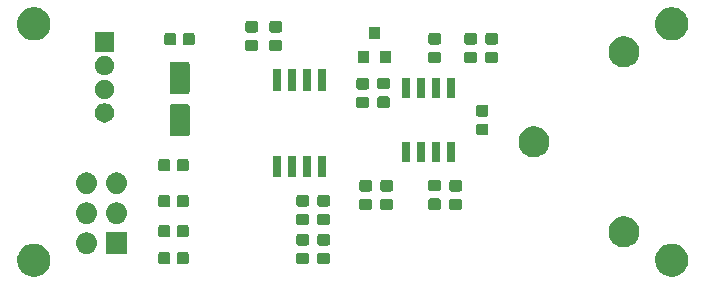
<source format=gbr>
G04 #@! TF.GenerationSoftware,KiCad,Pcbnew,(5.1.0)-1*
G04 #@! TF.CreationDate,2019-03-23T20:55:25-04:00*
G04 #@! TF.ProjectId,current_sense,63757272-656e-4745-9f73-656e73652e6b,rev?*
G04 #@! TF.SameCoordinates,Original*
G04 #@! TF.FileFunction,Soldermask,Top*
G04 #@! TF.FilePolarity,Negative*
%FSLAX46Y46*%
G04 Gerber Fmt 4.6, Leading zero omitted, Abs format (unit mm)*
G04 Created by KiCad (PCBNEW (5.1.0)-1) date 2019-03-23 20:55:25*
%MOMM*%
%LPD*%
G04 APERTURE LIST*
%ADD10C,0.100000*%
G04 APERTURE END LIST*
D10*
G36*
X157814433Y-65862894D02*
G01*
X157904657Y-65880840D01*
X157984446Y-65913890D01*
X158159621Y-65986450D01*
X158159622Y-65986451D01*
X158389086Y-66139773D01*
X158584228Y-66334915D01*
X158645212Y-66426185D01*
X158737551Y-66564380D01*
X158795976Y-66705431D01*
X158827233Y-66780890D01*
X158843161Y-66819345D01*
X158897000Y-67090013D01*
X158897000Y-67365989D01*
X158870650Y-67498461D01*
X158854846Y-67577915D01*
X158843161Y-67636657D01*
X158737551Y-67891622D01*
X158737550Y-67891623D01*
X158584228Y-68121087D01*
X158389086Y-68316229D01*
X158235763Y-68418676D01*
X158159621Y-68469552D01*
X158010267Y-68531416D01*
X157904657Y-68575162D01*
X157814433Y-68593108D01*
X157633988Y-68629001D01*
X157358012Y-68629001D01*
X157177567Y-68593108D01*
X157087343Y-68575162D01*
X156981733Y-68531416D01*
X156832379Y-68469552D01*
X156756237Y-68418676D01*
X156602914Y-68316229D01*
X156407772Y-68121087D01*
X156254450Y-67891623D01*
X156254449Y-67891622D01*
X156148839Y-67636657D01*
X156137155Y-67577915D01*
X156121350Y-67498461D01*
X156095000Y-67365989D01*
X156095000Y-67090013D01*
X156148839Y-66819345D01*
X156164768Y-66780890D01*
X156196024Y-66705431D01*
X156254449Y-66564380D01*
X156346788Y-66426185D01*
X156407772Y-66334915D01*
X156602914Y-66139773D01*
X156832378Y-65986451D01*
X156832379Y-65986450D01*
X157007554Y-65913890D01*
X157087343Y-65880840D01*
X157177567Y-65862894D01*
X157358012Y-65827001D01*
X157633988Y-65827001D01*
X157814433Y-65862894D01*
X157814433Y-65862894D01*
G37*
G36*
X103814432Y-65862894D02*
G01*
X103904656Y-65880840D01*
X103984445Y-65913890D01*
X104159620Y-65986450D01*
X104159621Y-65986451D01*
X104389085Y-66139773D01*
X104584227Y-66334915D01*
X104645211Y-66426185D01*
X104737550Y-66564380D01*
X104795975Y-66705431D01*
X104827232Y-66780890D01*
X104843160Y-66819345D01*
X104896999Y-67090013D01*
X104896999Y-67365989D01*
X104870649Y-67498461D01*
X104854845Y-67577915D01*
X104843160Y-67636657D01*
X104737550Y-67891622D01*
X104737549Y-67891623D01*
X104584227Y-68121087D01*
X104389085Y-68316229D01*
X104235762Y-68418676D01*
X104159620Y-68469552D01*
X104010266Y-68531416D01*
X103904656Y-68575162D01*
X103814432Y-68593108D01*
X103633987Y-68629001D01*
X103358011Y-68629001D01*
X103177566Y-68593108D01*
X103087342Y-68575162D01*
X102981732Y-68531416D01*
X102832378Y-68469552D01*
X102756236Y-68418676D01*
X102602913Y-68316229D01*
X102407771Y-68121087D01*
X102254449Y-67891623D01*
X102254448Y-67891622D01*
X102148838Y-67636657D01*
X102137154Y-67577915D01*
X102121349Y-67498461D01*
X102094999Y-67365989D01*
X102094999Y-67090013D01*
X102148838Y-66819345D01*
X102164767Y-66780890D01*
X102196023Y-66705431D01*
X102254448Y-66564380D01*
X102346787Y-66426185D01*
X102407771Y-66334915D01*
X102602913Y-66139773D01*
X102832377Y-65986451D01*
X102832378Y-65986450D01*
X103007553Y-65913890D01*
X103087342Y-65880840D01*
X103177566Y-65862894D01*
X103358011Y-65827001D01*
X103633987Y-65827001D01*
X103814432Y-65862894D01*
X103814432Y-65862894D01*
G37*
G36*
X114870591Y-66534085D02*
G01*
X114904569Y-66544393D01*
X114935890Y-66561134D01*
X114963339Y-66583661D01*
X114985866Y-66611110D01*
X115002607Y-66642431D01*
X115012915Y-66676409D01*
X115017000Y-66717890D01*
X115017000Y-67394110D01*
X115012915Y-67435591D01*
X115002607Y-67469569D01*
X114985866Y-67500890D01*
X114963339Y-67528339D01*
X114935890Y-67550866D01*
X114904569Y-67567607D01*
X114870591Y-67577915D01*
X114829110Y-67582000D01*
X114227890Y-67582000D01*
X114186409Y-67577915D01*
X114152431Y-67567607D01*
X114121110Y-67550866D01*
X114093661Y-67528339D01*
X114071134Y-67500890D01*
X114054393Y-67469569D01*
X114044085Y-67435591D01*
X114040000Y-67394110D01*
X114040000Y-66717890D01*
X114044085Y-66676409D01*
X114054393Y-66642431D01*
X114071134Y-66611110D01*
X114093661Y-66583661D01*
X114121110Y-66561134D01*
X114152431Y-66544393D01*
X114186409Y-66534085D01*
X114227890Y-66530000D01*
X114829110Y-66530000D01*
X114870591Y-66534085D01*
X114870591Y-66534085D01*
G37*
G36*
X116445591Y-66534085D02*
G01*
X116479569Y-66544393D01*
X116510890Y-66561134D01*
X116538339Y-66583661D01*
X116560866Y-66611110D01*
X116577607Y-66642431D01*
X116587915Y-66676409D01*
X116592000Y-66717890D01*
X116592000Y-67394110D01*
X116587915Y-67435591D01*
X116577607Y-67469569D01*
X116560866Y-67500890D01*
X116538339Y-67528339D01*
X116510890Y-67550866D01*
X116479569Y-67567607D01*
X116445591Y-67577915D01*
X116404110Y-67582000D01*
X115802890Y-67582000D01*
X115761409Y-67577915D01*
X115727431Y-67567607D01*
X115696110Y-67550866D01*
X115668661Y-67528339D01*
X115646134Y-67500890D01*
X115629393Y-67469569D01*
X115619085Y-67435591D01*
X115615000Y-67394110D01*
X115615000Y-66717890D01*
X115619085Y-66676409D01*
X115629393Y-66642431D01*
X115646134Y-66611110D01*
X115668661Y-66583661D01*
X115696110Y-66561134D01*
X115727431Y-66544393D01*
X115761409Y-66534085D01*
X115802890Y-66530000D01*
X116404110Y-66530000D01*
X116445591Y-66534085D01*
X116445591Y-66534085D01*
G37*
G36*
X128395591Y-66597085D02*
G01*
X128429569Y-66607393D01*
X128460890Y-66624134D01*
X128488339Y-66646661D01*
X128510866Y-66674110D01*
X128527607Y-66705431D01*
X128537915Y-66739409D01*
X128542000Y-66780890D01*
X128542000Y-67382110D01*
X128537915Y-67423591D01*
X128527607Y-67457569D01*
X128510866Y-67488890D01*
X128488339Y-67516339D01*
X128460890Y-67538866D01*
X128429569Y-67555607D01*
X128395591Y-67565915D01*
X128354110Y-67570000D01*
X127677890Y-67570000D01*
X127636409Y-67565915D01*
X127602431Y-67555607D01*
X127571110Y-67538866D01*
X127543661Y-67516339D01*
X127521134Y-67488890D01*
X127504393Y-67457569D01*
X127494085Y-67423591D01*
X127490000Y-67382110D01*
X127490000Y-66780890D01*
X127494085Y-66739409D01*
X127504393Y-66705431D01*
X127521134Y-66674110D01*
X127543661Y-66646661D01*
X127571110Y-66624134D01*
X127602431Y-66607393D01*
X127636409Y-66597085D01*
X127677890Y-66593000D01*
X128354110Y-66593000D01*
X128395591Y-66597085D01*
X128395591Y-66597085D01*
G37*
G36*
X126617591Y-66597085D02*
G01*
X126651569Y-66607393D01*
X126682890Y-66624134D01*
X126710339Y-66646661D01*
X126732866Y-66674110D01*
X126749607Y-66705431D01*
X126759915Y-66739409D01*
X126764000Y-66780890D01*
X126764000Y-67382110D01*
X126759915Y-67423591D01*
X126749607Y-67457569D01*
X126732866Y-67488890D01*
X126710339Y-67516339D01*
X126682890Y-67538866D01*
X126651569Y-67555607D01*
X126617591Y-67565915D01*
X126576110Y-67570000D01*
X125899890Y-67570000D01*
X125858409Y-67565915D01*
X125824431Y-67555607D01*
X125793110Y-67538866D01*
X125765661Y-67516339D01*
X125743134Y-67488890D01*
X125726393Y-67457569D01*
X125716085Y-67423591D01*
X125712000Y-67382110D01*
X125712000Y-66780890D01*
X125716085Y-66739409D01*
X125726393Y-66705431D01*
X125743134Y-66674110D01*
X125765661Y-66646661D01*
X125793110Y-66624134D01*
X125824431Y-66607393D01*
X125858409Y-66597085D01*
X125899890Y-66593000D01*
X126576110Y-66593000D01*
X126617591Y-66597085D01*
X126617591Y-66597085D01*
G37*
G36*
X111391000Y-66687000D02*
G01*
X109589000Y-66687000D01*
X109589000Y-64885000D01*
X111391000Y-64885000D01*
X111391000Y-66687000D01*
X111391000Y-66687000D01*
G37*
G36*
X108060442Y-64891518D02*
G01*
X108126627Y-64898037D01*
X108296466Y-64949557D01*
X108452991Y-65033222D01*
X108475567Y-65051750D01*
X108590186Y-65145814D01*
X108646874Y-65214890D01*
X108702778Y-65283009D01*
X108786443Y-65439534D01*
X108837963Y-65609373D01*
X108855359Y-65786000D01*
X108837963Y-65962627D01*
X108786443Y-66132466D01*
X108702778Y-66288991D01*
X108673448Y-66324729D01*
X108590186Y-66426186D01*
X108488729Y-66509448D01*
X108452991Y-66538778D01*
X108296466Y-66622443D01*
X108126627Y-66673963D01*
X108060442Y-66680482D01*
X107994260Y-66687000D01*
X107905740Y-66687000D01*
X107839558Y-66680482D01*
X107773373Y-66673963D01*
X107603534Y-66622443D01*
X107447009Y-66538778D01*
X107411271Y-66509448D01*
X107309814Y-66426186D01*
X107226552Y-66324729D01*
X107197222Y-66288991D01*
X107113557Y-66132466D01*
X107062037Y-65962627D01*
X107044641Y-65786000D01*
X107062037Y-65609373D01*
X107113557Y-65439534D01*
X107197222Y-65283009D01*
X107253126Y-65214890D01*
X107309814Y-65145814D01*
X107424433Y-65051750D01*
X107447009Y-65033222D01*
X107603534Y-64949557D01*
X107773373Y-64898037D01*
X107839558Y-64891518D01*
X107905740Y-64885000D01*
X107994260Y-64885000D01*
X108060442Y-64891518D01*
X108060442Y-64891518D01*
G37*
G36*
X153823487Y-63580996D02*
G01*
X154060253Y-63679068D01*
X154060255Y-63679069D01*
X154273339Y-63821447D01*
X154454553Y-64002661D01*
X154595992Y-64214339D01*
X154596932Y-64215747D01*
X154695004Y-64452513D01*
X154745000Y-64703861D01*
X154745000Y-64960139D01*
X154695004Y-65211487D01*
X154596932Y-65448253D01*
X154596931Y-65448255D01*
X154454553Y-65661339D01*
X154273339Y-65842553D01*
X154060255Y-65984931D01*
X154060254Y-65984932D01*
X154060253Y-65984932D01*
X153823487Y-66083004D01*
X153572139Y-66133000D01*
X153315861Y-66133000D01*
X153064513Y-66083004D01*
X152827747Y-65984932D01*
X152827746Y-65984932D01*
X152827745Y-65984931D01*
X152614661Y-65842553D01*
X152433447Y-65661339D01*
X152291069Y-65448255D01*
X152291068Y-65448253D01*
X152192996Y-65211487D01*
X152143000Y-64960139D01*
X152143000Y-64703861D01*
X152192996Y-64452513D01*
X152291068Y-64215747D01*
X152292009Y-64214339D01*
X152433447Y-64002661D01*
X152614661Y-63821447D01*
X152827745Y-63679069D01*
X152827747Y-63679068D01*
X153064513Y-63580996D01*
X153315861Y-63531000D01*
X153572139Y-63531000D01*
X153823487Y-63580996D01*
X153823487Y-63580996D01*
G37*
G36*
X128395591Y-65022085D02*
G01*
X128429569Y-65032393D01*
X128460890Y-65049134D01*
X128488339Y-65071661D01*
X128510866Y-65099110D01*
X128527607Y-65130431D01*
X128537915Y-65164409D01*
X128542000Y-65205890D01*
X128542000Y-65807110D01*
X128537915Y-65848591D01*
X128527607Y-65882569D01*
X128510866Y-65913890D01*
X128488339Y-65941339D01*
X128460890Y-65963866D01*
X128429569Y-65980607D01*
X128395591Y-65990915D01*
X128354110Y-65995000D01*
X127677890Y-65995000D01*
X127636409Y-65990915D01*
X127602431Y-65980607D01*
X127571110Y-65963866D01*
X127543661Y-65941339D01*
X127521134Y-65913890D01*
X127504393Y-65882569D01*
X127494085Y-65848591D01*
X127490000Y-65807110D01*
X127490000Y-65205890D01*
X127494085Y-65164409D01*
X127504393Y-65130431D01*
X127521134Y-65099110D01*
X127543661Y-65071661D01*
X127571110Y-65049134D01*
X127602431Y-65032393D01*
X127636409Y-65022085D01*
X127677890Y-65018000D01*
X128354110Y-65018000D01*
X128395591Y-65022085D01*
X128395591Y-65022085D01*
G37*
G36*
X126617591Y-65022085D02*
G01*
X126651569Y-65032393D01*
X126682890Y-65049134D01*
X126710339Y-65071661D01*
X126732866Y-65099110D01*
X126749607Y-65130431D01*
X126759915Y-65164409D01*
X126764000Y-65205890D01*
X126764000Y-65807110D01*
X126759915Y-65848591D01*
X126749607Y-65882569D01*
X126732866Y-65913890D01*
X126710339Y-65941339D01*
X126682890Y-65963866D01*
X126651569Y-65980607D01*
X126617591Y-65990915D01*
X126576110Y-65995000D01*
X125899890Y-65995000D01*
X125858409Y-65990915D01*
X125824431Y-65980607D01*
X125793110Y-65963866D01*
X125765661Y-65941339D01*
X125743134Y-65913890D01*
X125726393Y-65882569D01*
X125716085Y-65848591D01*
X125712000Y-65807110D01*
X125712000Y-65205890D01*
X125716085Y-65164409D01*
X125726393Y-65130431D01*
X125743134Y-65099110D01*
X125765661Y-65071661D01*
X125793110Y-65049134D01*
X125824431Y-65032393D01*
X125858409Y-65022085D01*
X125899890Y-65018000D01*
X126576110Y-65018000D01*
X126617591Y-65022085D01*
X126617591Y-65022085D01*
G37*
G36*
X114870591Y-64248085D02*
G01*
X114904569Y-64258393D01*
X114935890Y-64275134D01*
X114963339Y-64297661D01*
X114985866Y-64325110D01*
X115002607Y-64356431D01*
X115012915Y-64390409D01*
X115017000Y-64431890D01*
X115017000Y-65108110D01*
X115012915Y-65149591D01*
X115002607Y-65183569D01*
X114985866Y-65214890D01*
X114963339Y-65242339D01*
X114935890Y-65264866D01*
X114904569Y-65281607D01*
X114870591Y-65291915D01*
X114829110Y-65296000D01*
X114227890Y-65296000D01*
X114186409Y-65291915D01*
X114152431Y-65281607D01*
X114121110Y-65264866D01*
X114093661Y-65242339D01*
X114071134Y-65214890D01*
X114054393Y-65183569D01*
X114044085Y-65149591D01*
X114040000Y-65108110D01*
X114040000Y-64431890D01*
X114044085Y-64390409D01*
X114054393Y-64356431D01*
X114071134Y-64325110D01*
X114093661Y-64297661D01*
X114121110Y-64275134D01*
X114152431Y-64258393D01*
X114186409Y-64248085D01*
X114227890Y-64244000D01*
X114829110Y-64244000D01*
X114870591Y-64248085D01*
X114870591Y-64248085D01*
G37*
G36*
X116445591Y-64248085D02*
G01*
X116479569Y-64258393D01*
X116510890Y-64275134D01*
X116538339Y-64297661D01*
X116560866Y-64325110D01*
X116577607Y-64356431D01*
X116587915Y-64390409D01*
X116592000Y-64431890D01*
X116592000Y-65108110D01*
X116587915Y-65149591D01*
X116577607Y-65183569D01*
X116560866Y-65214890D01*
X116538339Y-65242339D01*
X116510890Y-65264866D01*
X116479569Y-65281607D01*
X116445591Y-65291915D01*
X116404110Y-65296000D01*
X115802890Y-65296000D01*
X115761409Y-65291915D01*
X115727431Y-65281607D01*
X115696110Y-65264866D01*
X115668661Y-65242339D01*
X115646134Y-65214890D01*
X115629393Y-65183569D01*
X115619085Y-65149591D01*
X115615000Y-65108110D01*
X115615000Y-64431890D01*
X115619085Y-64390409D01*
X115629393Y-64356431D01*
X115646134Y-64325110D01*
X115668661Y-64297661D01*
X115696110Y-64275134D01*
X115727431Y-64258393D01*
X115761409Y-64248085D01*
X115802890Y-64244000D01*
X116404110Y-64244000D01*
X116445591Y-64248085D01*
X116445591Y-64248085D01*
G37*
G36*
X128395591Y-63295085D02*
G01*
X128429569Y-63305393D01*
X128460890Y-63322134D01*
X128488339Y-63344661D01*
X128510866Y-63372110D01*
X128527607Y-63403431D01*
X128537915Y-63437409D01*
X128542000Y-63478890D01*
X128542000Y-64080110D01*
X128537915Y-64121591D01*
X128527607Y-64155569D01*
X128510866Y-64186890D01*
X128488339Y-64214339D01*
X128460890Y-64236866D01*
X128429569Y-64253607D01*
X128395591Y-64263915D01*
X128354110Y-64268000D01*
X127677890Y-64268000D01*
X127636409Y-64263915D01*
X127602431Y-64253607D01*
X127571110Y-64236866D01*
X127543661Y-64214339D01*
X127521134Y-64186890D01*
X127504393Y-64155569D01*
X127494085Y-64121591D01*
X127490000Y-64080110D01*
X127490000Y-63478890D01*
X127494085Y-63437409D01*
X127504393Y-63403431D01*
X127521134Y-63372110D01*
X127543661Y-63344661D01*
X127571110Y-63322134D01*
X127602431Y-63305393D01*
X127636409Y-63295085D01*
X127677890Y-63291000D01*
X128354110Y-63291000D01*
X128395591Y-63295085D01*
X128395591Y-63295085D01*
G37*
G36*
X126617591Y-63295085D02*
G01*
X126651569Y-63305393D01*
X126682890Y-63322134D01*
X126710339Y-63344661D01*
X126732866Y-63372110D01*
X126749607Y-63403431D01*
X126759915Y-63437409D01*
X126764000Y-63478890D01*
X126764000Y-64080110D01*
X126759915Y-64121591D01*
X126749607Y-64155569D01*
X126732866Y-64186890D01*
X126710339Y-64214339D01*
X126682890Y-64236866D01*
X126651569Y-64253607D01*
X126617591Y-64263915D01*
X126576110Y-64268000D01*
X125899890Y-64268000D01*
X125858409Y-64263915D01*
X125824431Y-64253607D01*
X125793110Y-64236866D01*
X125765661Y-64214339D01*
X125743134Y-64186890D01*
X125726393Y-64155569D01*
X125716085Y-64121591D01*
X125712000Y-64080110D01*
X125712000Y-63478890D01*
X125716085Y-63437409D01*
X125726393Y-63403431D01*
X125743134Y-63372110D01*
X125765661Y-63344661D01*
X125793110Y-63322134D01*
X125824431Y-63305393D01*
X125858409Y-63295085D01*
X125899890Y-63291000D01*
X126576110Y-63291000D01*
X126617591Y-63295085D01*
X126617591Y-63295085D01*
G37*
G36*
X110600443Y-62351519D02*
G01*
X110666627Y-62358037D01*
X110836466Y-62409557D01*
X110992991Y-62493222D01*
X111007476Y-62505110D01*
X111130186Y-62605814D01*
X111209401Y-62702339D01*
X111242778Y-62743009D01*
X111284611Y-62821272D01*
X111318979Y-62885569D01*
X111326443Y-62899534D01*
X111377963Y-63069373D01*
X111395359Y-63246000D01*
X111377963Y-63422627D01*
X111326443Y-63592466D01*
X111242778Y-63748991D01*
X111213448Y-63784729D01*
X111130186Y-63886186D01*
X111028729Y-63969448D01*
X110992991Y-63998778D01*
X110836466Y-64082443D01*
X110666627Y-64133963D01*
X110600443Y-64140481D01*
X110534260Y-64147000D01*
X110445740Y-64147000D01*
X110379557Y-64140481D01*
X110313373Y-64133963D01*
X110143534Y-64082443D01*
X109987009Y-63998778D01*
X109951271Y-63969448D01*
X109849814Y-63886186D01*
X109766552Y-63784729D01*
X109737222Y-63748991D01*
X109653557Y-63592466D01*
X109602037Y-63422627D01*
X109584641Y-63246000D01*
X109602037Y-63069373D01*
X109653557Y-62899534D01*
X109661022Y-62885569D01*
X109695390Y-62821271D01*
X109737222Y-62743009D01*
X109770599Y-62702339D01*
X109849814Y-62605814D01*
X109972524Y-62505110D01*
X109987009Y-62493222D01*
X110143534Y-62409557D01*
X110313373Y-62358037D01*
X110379557Y-62351519D01*
X110445740Y-62345000D01*
X110534260Y-62345000D01*
X110600443Y-62351519D01*
X110600443Y-62351519D01*
G37*
G36*
X108060443Y-62351519D02*
G01*
X108126627Y-62358037D01*
X108296466Y-62409557D01*
X108452991Y-62493222D01*
X108467476Y-62505110D01*
X108590186Y-62605814D01*
X108669401Y-62702339D01*
X108702778Y-62743009D01*
X108744611Y-62821272D01*
X108778979Y-62885569D01*
X108786443Y-62899534D01*
X108837963Y-63069373D01*
X108855359Y-63246000D01*
X108837963Y-63422627D01*
X108786443Y-63592466D01*
X108702778Y-63748991D01*
X108673448Y-63784729D01*
X108590186Y-63886186D01*
X108488729Y-63969448D01*
X108452991Y-63998778D01*
X108296466Y-64082443D01*
X108126627Y-64133963D01*
X108060443Y-64140481D01*
X107994260Y-64147000D01*
X107905740Y-64147000D01*
X107839557Y-64140481D01*
X107773373Y-64133963D01*
X107603534Y-64082443D01*
X107447009Y-63998778D01*
X107411271Y-63969448D01*
X107309814Y-63886186D01*
X107226552Y-63784729D01*
X107197222Y-63748991D01*
X107113557Y-63592466D01*
X107062037Y-63422627D01*
X107044641Y-63246000D01*
X107062037Y-63069373D01*
X107113557Y-62899534D01*
X107121022Y-62885569D01*
X107155390Y-62821271D01*
X107197222Y-62743009D01*
X107230599Y-62702339D01*
X107309814Y-62605814D01*
X107432524Y-62505110D01*
X107447009Y-62493222D01*
X107603534Y-62409557D01*
X107773373Y-62358037D01*
X107839557Y-62351519D01*
X107905740Y-62345000D01*
X107994260Y-62345000D01*
X108060443Y-62351519D01*
X108060443Y-62351519D01*
G37*
G36*
X139571591Y-62025085D02*
G01*
X139605569Y-62035393D01*
X139636890Y-62052134D01*
X139664339Y-62074661D01*
X139686866Y-62102110D01*
X139703607Y-62133431D01*
X139713915Y-62167409D01*
X139718000Y-62208890D01*
X139718000Y-62810110D01*
X139713915Y-62851591D01*
X139703607Y-62885569D01*
X139686866Y-62916890D01*
X139664339Y-62944339D01*
X139636890Y-62966866D01*
X139605569Y-62983607D01*
X139571591Y-62993915D01*
X139530110Y-62998000D01*
X138853890Y-62998000D01*
X138812409Y-62993915D01*
X138778431Y-62983607D01*
X138747110Y-62966866D01*
X138719661Y-62944339D01*
X138697134Y-62916890D01*
X138680393Y-62885569D01*
X138670085Y-62851591D01*
X138666000Y-62810110D01*
X138666000Y-62208890D01*
X138670085Y-62167409D01*
X138680393Y-62133431D01*
X138697134Y-62102110D01*
X138719661Y-62074661D01*
X138747110Y-62052134D01*
X138778431Y-62035393D01*
X138812409Y-62025085D01*
X138853890Y-62021000D01*
X139530110Y-62021000D01*
X139571591Y-62025085D01*
X139571591Y-62025085D01*
G37*
G36*
X133729591Y-62025085D02*
G01*
X133763569Y-62035393D01*
X133794890Y-62052134D01*
X133822339Y-62074661D01*
X133844866Y-62102110D01*
X133861607Y-62133431D01*
X133871915Y-62167409D01*
X133876000Y-62208890D01*
X133876000Y-62810110D01*
X133871915Y-62851591D01*
X133861607Y-62885569D01*
X133844866Y-62916890D01*
X133822339Y-62944339D01*
X133794890Y-62966866D01*
X133763569Y-62983607D01*
X133729591Y-62993915D01*
X133688110Y-62998000D01*
X133011890Y-62998000D01*
X132970409Y-62993915D01*
X132936431Y-62983607D01*
X132905110Y-62966866D01*
X132877661Y-62944339D01*
X132855134Y-62916890D01*
X132838393Y-62885569D01*
X132828085Y-62851591D01*
X132824000Y-62810110D01*
X132824000Y-62208890D01*
X132828085Y-62167409D01*
X132838393Y-62133431D01*
X132855134Y-62102110D01*
X132877661Y-62074661D01*
X132905110Y-62052134D01*
X132936431Y-62035393D01*
X132970409Y-62025085D01*
X133011890Y-62021000D01*
X133688110Y-62021000D01*
X133729591Y-62025085D01*
X133729591Y-62025085D01*
G37*
G36*
X131951591Y-62025085D02*
G01*
X131985569Y-62035393D01*
X132016890Y-62052134D01*
X132044339Y-62074661D01*
X132066866Y-62102110D01*
X132083607Y-62133431D01*
X132093915Y-62167409D01*
X132098000Y-62208890D01*
X132098000Y-62810110D01*
X132093915Y-62851591D01*
X132083607Y-62885569D01*
X132066866Y-62916890D01*
X132044339Y-62944339D01*
X132016890Y-62966866D01*
X131985569Y-62983607D01*
X131951591Y-62993915D01*
X131910110Y-62998000D01*
X131233890Y-62998000D01*
X131192409Y-62993915D01*
X131158431Y-62983607D01*
X131127110Y-62966866D01*
X131099661Y-62944339D01*
X131077134Y-62916890D01*
X131060393Y-62885569D01*
X131050085Y-62851591D01*
X131046000Y-62810110D01*
X131046000Y-62208890D01*
X131050085Y-62167409D01*
X131060393Y-62133431D01*
X131077134Y-62102110D01*
X131099661Y-62074661D01*
X131127110Y-62052134D01*
X131158431Y-62035393D01*
X131192409Y-62025085D01*
X131233890Y-62021000D01*
X131910110Y-62021000D01*
X131951591Y-62025085D01*
X131951591Y-62025085D01*
G37*
G36*
X137793591Y-61999585D02*
G01*
X137827569Y-62009893D01*
X137858890Y-62026634D01*
X137886339Y-62049161D01*
X137908866Y-62076610D01*
X137925607Y-62107931D01*
X137935915Y-62141909D01*
X137940000Y-62183390D01*
X137940000Y-62784610D01*
X137935915Y-62826091D01*
X137925607Y-62860069D01*
X137908866Y-62891390D01*
X137886339Y-62918839D01*
X137858890Y-62941366D01*
X137827569Y-62958107D01*
X137793591Y-62968415D01*
X137752110Y-62972500D01*
X137075890Y-62972500D01*
X137034409Y-62968415D01*
X137000431Y-62958107D01*
X136969110Y-62941366D01*
X136941661Y-62918839D01*
X136919134Y-62891390D01*
X136902393Y-62860069D01*
X136892085Y-62826091D01*
X136888000Y-62784610D01*
X136888000Y-62183390D01*
X136892085Y-62141909D01*
X136902393Y-62107931D01*
X136919134Y-62076610D01*
X136941661Y-62049161D01*
X136969110Y-62026634D01*
X137000431Y-62009893D01*
X137034409Y-61999585D01*
X137075890Y-61995500D01*
X137752110Y-61995500D01*
X137793591Y-61999585D01*
X137793591Y-61999585D01*
G37*
G36*
X116445591Y-61708085D02*
G01*
X116479569Y-61718393D01*
X116510890Y-61735134D01*
X116538339Y-61757661D01*
X116560866Y-61785110D01*
X116577607Y-61816431D01*
X116587915Y-61850409D01*
X116592000Y-61891890D01*
X116592000Y-62568110D01*
X116587915Y-62609591D01*
X116577607Y-62643569D01*
X116560866Y-62674890D01*
X116538339Y-62702339D01*
X116510890Y-62724866D01*
X116479569Y-62741607D01*
X116445591Y-62751915D01*
X116404110Y-62756000D01*
X115802890Y-62756000D01*
X115761409Y-62751915D01*
X115727431Y-62741607D01*
X115696110Y-62724866D01*
X115668661Y-62702339D01*
X115646134Y-62674890D01*
X115629393Y-62643569D01*
X115619085Y-62609591D01*
X115615000Y-62568110D01*
X115615000Y-61891890D01*
X115619085Y-61850409D01*
X115629393Y-61816431D01*
X115646134Y-61785110D01*
X115668661Y-61757661D01*
X115696110Y-61735134D01*
X115727431Y-61718393D01*
X115761409Y-61708085D01*
X115802890Y-61704000D01*
X116404110Y-61704000D01*
X116445591Y-61708085D01*
X116445591Y-61708085D01*
G37*
G36*
X114870591Y-61708085D02*
G01*
X114904569Y-61718393D01*
X114935890Y-61735134D01*
X114963339Y-61757661D01*
X114985866Y-61785110D01*
X115002607Y-61816431D01*
X115012915Y-61850409D01*
X115017000Y-61891890D01*
X115017000Y-62568110D01*
X115012915Y-62609591D01*
X115002607Y-62643569D01*
X114985866Y-62674890D01*
X114963339Y-62702339D01*
X114935890Y-62724866D01*
X114904569Y-62741607D01*
X114870591Y-62751915D01*
X114829110Y-62756000D01*
X114227890Y-62756000D01*
X114186409Y-62751915D01*
X114152431Y-62741607D01*
X114121110Y-62724866D01*
X114093661Y-62702339D01*
X114071134Y-62674890D01*
X114054393Y-62643569D01*
X114044085Y-62609591D01*
X114040000Y-62568110D01*
X114040000Y-61891890D01*
X114044085Y-61850409D01*
X114054393Y-61816431D01*
X114071134Y-61785110D01*
X114093661Y-61757661D01*
X114121110Y-61735134D01*
X114152431Y-61718393D01*
X114186409Y-61708085D01*
X114227890Y-61704000D01*
X114829110Y-61704000D01*
X114870591Y-61708085D01*
X114870591Y-61708085D01*
G37*
G36*
X128395591Y-61720085D02*
G01*
X128429569Y-61730393D01*
X128460890Y-61747134D01*
X128488339Y-61769661D01*
X128510866Y-61797110D01*
X128527607Y-61828431D01*
X128537915Y-61862409D01*
X128542000Y-61903890D01*
X128542000Y-62505110D01*
X128537915Y-62546591D01*
X128527607Y-62580569D01*
X128510866Y-62611890D01*
X128488339Y-62639339D01*
X128460890Y-62661866D01*
X128429569Y-62678607D01*
X128395591Y-62688915D01*
X128354110Y-62693000D01*
X127677890Y-62693000D01*
X127636409Y-62688915D01*
X127602431Y-62678607D01*
X127571110Y-62661866D01*
X127543661Y-62639339D01*
X127521134Y-62611890D01*
X127504393Y-62580569D01*
X127494085Y-62546591D01*
X127490000Y-62505110D01*
X127490000Y-61903890D01*
X127494085Y-61862409D01*
X127504393Y-61828431D01*
X127521134Y-61797110D01*
X127543661Y-61769661D01*
X127571110Y-61747134D01*
X127602431Y-61730393D01*
X127636409Y-61720085D01*
X127677890Y-61716000D01*
X128354110Y-61716000D01*
X128395591Y-61720085D01*
X128395591Y-61720085D01*
G37*
G36*
X126617591Y-61720085D02*
G01*
X126651569Y-61730393D01*
X126682890Y-61747134D01*
X126710339Y-61769661D01*
X126732866Y-61797110D01*
X126749607Y-61828431D01*
X126759915Y-61862409D01*
X126764000Y-61903890D01*
X126764000Y-62505110D01*
X126759915Y-62546591D01*
X126749607Y-62580569D01*
X126732866Y-62611890D01*
X126710339Y-62639339D01*
X126682890Y-62661866D01*
X126651569Y-62678607D01*
X126617591Y-62688915D01*
X126576110Y-62693000D01*
X125899890Y-62693000D01*
X125858409Y-62688915D01*
X125824431Y-62678607D01*
X125793110Y-62661866D01*
X125765661Y-62639339D01*
X125743134Y-62611890D01*
X125726393Y-62580569D01*
X125716085Y-62546591D01*
X125712000Y-62505110D01*
X125712000Y-61903890D01*
X125716085Y-61862409D01*
X125726393Y-61828431D01*
X125743134Y-61797110D01*
X125765661Y-61769661D01*
X125793110Y-61747134D01*
X125824431Y-61730393D01*
X125858409Y-61720085D01*
X125899890Y-61716000D01*
X126576110Y-61716000D01*
X126617591Y-61720085D01*
X126617591Y-61720085D01*
G37*
G36*
X108060443Y-59811519D02*
G01*
X108126627Y-59818037D01*
X108296466Y-59869557D01*
X108452991Y-59953222D01*
X108488729Y-59982552D01*
X108590186Y-60065814D01*
X108673448Y-60167271D01*
X108702778Y-60203009D01*
X108786443Y-60359534D01*
X108837963Y-60529373D01*
X108855359Y-60706000D01*
X108837963Y-60882627D01*
X108786443Y-61052466D01*
X108702778Y-61208991D01*
X108673448Y-61244729D01*
X108590186Y-61346186D01*
X108502305Y-61418307D01*
X108452991Y-61458778D01*
X108296466Y-61542443D01*
X108126627Y-61593963D01*
X108060442Y-61600482D01*
X107994260Y-61607000D01*
X107905740Y-61607000D01*
X107839558Y-61600482D01*
X107773373Y-61593963D01*
X107603534Y-61542443D01*
X107447009Y-61458778D01*
X107397695Y-61418307D01*
X107309814Y-61346186D01*
X107226552Y-61244729D01*
X107197222Y-61208991D01*
X107113557Y-61052466D01*
X107062037Y-60882627D01*
X107044641Y-60706000D01*
X107062037Y-60529373D01*
X107113557Y-60359534D01*
X107197222Y-60203009D01*
X107226552Y-60167271D01*
X107309814Y-60065814D01*
X107411271Y-59982552D01*
X107447009Y-59953222D01*
X107603534Y-59869557D01*
X107773373Y-59818037D01*
X107839557Y-59811519D01*
X107905740Y-59805000D01*
X107994260Y-59805000D01*
X108060443Y-59811519D01*
X108060443Y-59811519D01*
G37*
G36*
X110600443Y-59811519D02*
G01*
X110666627Y-59818037D01*
X110836466Y-59869557D01*
X110992991Y-59953222D01*
X111028729Y-59982552D01*
X111130186Y-60065814D01*
X111213448Y-60167271D01*
X111242778Y-60203009D01*
X111326443Y-60359534D01*
X111377963Y-60529373D01*
X111395359Y-60706000D01*
X111377963Y-60882627D01*
X111326443Y-61052466D01*
X111242778Y-61208991D01*
X111213448Y-61244729D01*
X111130186Y-61346186D01*
X111042305Y-61418307D01*
X110992991Y-61458778D01*
X110836466Y-61542443D01*
X110666627Y-61593963D01*
X110600442Y-61600482D01*
X110534260Y-61607000D01*
X110445740Y-61607000D01*
X110379558Y-61600482D01*
X110313373Y-61593963D01*
X110143534Y-61542443D01*
X109987009Y-61458778D01*
X109937695Y-61418307D01*
X109849814Y-61346186D01*
X109766552Y-61244729D01*
X109737222Y-61208991D01*
X109653557Y-61052466D01*
X109602037Y-60882627D01*
X109584641Y-60706000D01*
X109602037Y-60529373D01*
X109653557Y-60359534D01*
X109737222Y-60203009D01*
X109766552Y-60167271D01*
X109849814Y-60065814D01*
X109951271Y-59982552D01*
X109987009Y-59953222D01*
X110143534Y-59869557D01*
X110313373Y-59818037D01*
X110379557Y-59811519D01*
X110445740Y-59805000D01*
X110534260Y-59805000D01*
X110600443Y-59811519D01*
X110600443Y-59811519D01*
G37*
G36*
X133729591Y-60450085D02*
G01*
X133763569Y-60460393D01*
X133794890Y-60477134D01*
X133822339Y-60499661D01*
X133844866Y-60527110D01*
X133861607Y-60558431D01*
X133871915Y-60592409D01*
X133876000Y-60633890D01*
X133876000Y-61235110D01*
X133871915Y-61276591D01*
X133861607Y-61310569D01*
X133844866Y-61341890D01*
X133822339Y-61369339D01*
X133794890Y-61391866D01*
X133763569Y-61408607D01*
X133729591Y-61418915D01*
X133688110Y-61423000D01*
X133011890Y-61423000D01*
X132970409Y-61418915D01*
X132936431Y-61408607D01*
X132905110Y-61391866D01*
X132877661Y-61369339D01*
X132855134Y-61341890D01*
X132838393Y-61310569D01*
X132828085Y-61276591D01*
X132824000Y-61235110D01*
X132824000Y-60633890D01*
X132828085Y-60592409D01*
X132838393Y-60558431D01*
X132855134Y-60527110D01*
X132877661Y-60499661D01*
X132905110Y-60477134D01*
X132936431Y-60460393D01*
X132970409Y-60450085D01*
X133011890Y-60446000D01*
X133688110Y-60446000D01*
X133729591Y-60450085D01*
X133729591Y-60450085D01*
G37*
G36*
X139571591Y-60450085D02*
G01*
X139605569Y-60460393D01*
X139636890Y-60477134D01*
X139664339Y-60499661D01*
X139686866Y-60527110D01*
X139703607Y-60558431D01*
X139713915Y-60592409D01*
X139718000Y-60633890D01*
X139718000Y-61235110D01*
X139713915Y-61276591D01*
X139703607Y-61310569D01*
X139686866Y-61341890D01*
X139664339Y-61369339D01*
X139636890Y-61391866D01*
X139605569Y-61408607D01*
X139571591Y-61418915D01*
X139530110Y-61423000D01*
X138853890Y-61423000D01*
X138812409Y-61418915D01*
X138778431Y-61408607D01*
X138747110Y-61391866D01*
X138719661Y-61369339D01*
X138697134Y-61341890D01*
X138680393Y-61310569D01*
X138670085Y-61276591D01*
X138666000Y-61235110D01*
X138666000Y-60633890D01*
X138670085Y-60592409D01*
X138680393Y-60558431D01*
X138697134Y-60527110D01*
X138719661Y-60499661D01*
X138747110Y-60477134D01*
X138778431Y-60460393D01*
X138812409Y-60450085D01*
X138853890Y-60446000D01*
X139530110Y-60446000D01*
X139571591Y-60450085D01*
X139571591Y-60450085D01*
G37*
G36*
X131951591Y-60450085D02*
G01*
X131985569Y-60460393D01*
X132016890Y-60477134D01*
X132044339Y-60499661D01*
X132066866Y-60527110D01*
X132083607Y-60558431D01*
X132093915Y-60592409D01*
X132098000Y-60633890D01*
X132098000Y-61235110D01*
X132093915Y-61276591D01*
X132083607Y-61310569D01*
X132066866Y-61341890D01*
X132044339Y-61369339D01*
X132016890Y-61391866D01*
X131985569Y-61408607D01*
X131951591Y-61418915D01*
X131910110Y-61423000D01*
X131233890Y-61423000D01*
X131192409Y-61418915D01*
X131158431Y-61408607D01*
X131127110Y-61391866D01*
X131099661Y-61369339D01*
X131077134Y-61341890D01*
X131060393Y-61310569D01*
X131050085Y-61276591D01*
X131046000Y-61235110D01*
X131046000Y-60633890D01*
X131050085Y-60592409D01*
X131060393Y-60558431D01*
X131077134Y-60527110D01*
X131099661Y-60499661D01*
X131127110Y-60477134D01*
X131158431Y-60460393D01*
X131192409Y-60450085D01*
X131233890Y-60446000D01*
X131910110Y-60446000D01*
X131951591Y-60450085D01*
X131951591Y-60450085D01*
G37*
G36*
X137793591Y-60424585D02*
G01*
X137827569Y-60434893D01*
X137858890Y-60451634D01*
X137886339Y-60474161D01*
X137908866Y-60501610D01*
X137925607Y-60532931D01*
X137935915Y-60566909D01*
X137940000Y-60608390D01*
X137940000Y-61209610D01*
X137935915Y-61251091D01*
X137925607Y-61285069D01*
X137908866Y-61316390D01*
X137886339Y-61343839D01*
X137858890Y-61366366D01*
X137827569Y-61383107D01*
X137793591Y-61393415D01*
X137752110Y-61397500D01*
X137075890Y-61397500D01*
X137034409Y-61393415D01*
X137000431Y-61383107D01*
X136969110Y-61366366D01*
X136941661Y-61343839D01*
X136919134Y-61316390D01*
X136902393Y-61285069D01*
X136892085Y-61251091D01*
X136888000Y-61209610D01*
X136888000Y-60608390D01*
X136892085Y-60566909D01*
X136902393Y-60532931D01*
X136919134Y-60501610D01*
X136941661Y-60474161D01*
X136969110Y-60451634D01*
X137000431Y-60434893D01*
X137034409Y-60424585D01*
X137075890Y-60420500D01*
X137752110Y-60420500D01*
X137793591Y-60424585D01*
X137793591Y-60424585D01*
G37*
G36*
X128265000Y-60177000D02*
G01*
X127513000Y-60177000D01*
X127513000Y-58375000D01*
X128265000Y-58375000D01*
X128265000Y-60177000D01*
X128265000Y-60177000D01*
G37*
G36*
X126995000Y-60177000D02*
G01*
X126243000Y-60177000D01*
X126243000Y-58375000D01*
X126995000Y-58375000D01*
X126995000Y-60177000D01*
X126995000Y-60177000D01*
G37*
G36*
X125725000Y-60177000D02*
G01*
X124973000Y-60177000D01*
X124973000Y-58375000D01*
X125725000Y-58375000D01*
X125725000Y-60177000D01*
X125725000Y-60177000D01*
G37*
G36*
X124455000Y-60177000D02*
G01*
X123703000Y-60177000D01*
X123703000Y-58375000D01*
X124455000Y-58375000D01*
X124455000Y-60177000D01*
X124455000Y-60177000D01*
G37*
G36*
X116445591Y-58660085D02*
G01*
X116479569Y-58670393D01*
X116510890Y-58687134D01*
X116538339Y-58709661D01*
X116560866Y-58737110D01*
X116577607Y-58768431D01*
X116587915Y-58802409D01*
X116592000Y-58843890D01*
X116592000Y-59520110D01*
X116587915Y-59561591D01*
X116577607Y-59595569D01*
X116560866Y-59626890D01*
X116538339Y-59654339D01*
X116510890Y-59676866D01*
X116479569Y-59693607D01*
X116445591Y-59703915D01*
X116404110Y-59708000D01*
X115802890Y-59708000D01*
X115761409Y-59703915D01*
X115727431Y-59693607D01*
X115696110Y-59676866D01*
X115668661Y-59654339D01*
X115646134Y-59626890D01*
X115629393Y-59595569D01*
X115619085Y-59561591D01*
X115615000Y-59520110D01*
X115615000Y-58843890D01*
X115619085Y-58802409D01*
X115629393Y-58768431D01*
X115646134Y-58737110D01*
X115668661Y-58709661D01*
X115696110Y-58687134D01*
X115727431Y-58670393D01*
X115761409Y-58660085D01*
X115802890Y-58656000D01*
X116404110Y-58656000D01*
X116445591Y-58660085D01*
X116445591Y-58660085D01*
G37*
G36*
X114870591Y-58660085D02*
G01*
X114904569Y-58670393D01*
X114935890Y-58687134D01*
X114963339Y-58709661D01*
X114985866Y-58737110D01*
X115002607Y-58768431D01*
X115012915Y-58802409D01*
X115017000Y-58843890D01*
X115017000Y-59520110D01*
X115012915Y-59561591D01*
X115002607Y-59595569D01*
X114985866Y-59626890D01*
X114963339Y-59654339D01*
X114935890Y-59676866D01*
X114904569Y-59693607D01*
X114870591Y-59703915D01*
X114829110Y-59708000D01*
X114227890Y-59708000D01*
X114186409Y-59703915D01*
X114152431Y-59693607D01*
X114121110Y-59676866D01*
X114093661Y-59654339D01*
X114071134Y-59626890D01*
X114054393Y-59595569D01*
X114044085Y-59561591D01*
X114040000Y-59520110D01*
X114040000Y-58843890D01*
X114044085Y-58802409D01*
X114054393Y-58768431D01*
X114071134Y-58737110D01*
X114093661Y-58709661D01*
X114121110Y-58687134D01*
X114152431Y-58670393D01*
X114186409Y-58660085D01*
X114227890Y-58656000D01*
X114829110Y-58656000D01*
X114870591Y-58660085D01*
X114870591Y-58660085D01*
G37*
G36*
X136622000Y-58898000D02*
G01*
X135920000Y-58898000D01*
X135920000Y-57246000D01*
X136622000Y-57246000D01*
X136622000Y-58898000D01*
X136622000Y-58898000D01*
G37*
G36*
X135352000Y-58898000D02*
G01*
X134650000Y-58898000D01*
X134650000Y-57246000D01*
X135352000Y-57246000D01*
X135352000Y-58898000D01*
X135352000Y-58898000D01*
G37*
G36*
X137892000Y-58898000D02*
G01*
X137190000Y-58898000D01*
X137190000Y-57246000D01*
X137892000Y-57246000D01*
X137892000Y-58898000D01*
X137892000Y-58898000D01*
G37*
G36*
X139162000Y-58898000D02*
G01*
X138460000Y-58898000D01*
X138460000Y-57246000D01*
X139162000Y-57246000D01*
X139162000Y-58898000D01*
X139162000Y-58898000D01*
G37*
G36*
X146203487Y-55960996D02*
G01*
X146440253Y-56059068D01*
X146440255Y-56059069D01*
X146653339Y-56201447D01*
X146834553Y-56382661D01*
X146975992Y-56594339D01*
X146976932Y-56595747D01*
X147075004Y-56832513D01*
X147125000Y-57083861D01*
X147125000Y-57340139D01*
X147075004Y-57591487D01*
X146976932Y-57828253D01*
X146976931Y-57828255D01*
X146834553Y-58041339D01*
X146653339Y-58222553D01*
X146440255Y-58364931D01*
X146440254Y-58364932D01*
X146440253Y-58364932D01*
X146203487Y-58463004D01*
X145952139Y-58513000D01*
X145695861Y-58513000D01*
X145444513Y-58463004D01*
X145207747Y-58364932D01*
X145207746Y-58364932D01*
X145207745Y-58364931D01*
X144994661Y-58222553D01*
X144813447Y-58041339D01*
X144671069Y-57828255D01*
X144671068Y-57828253D01*
X144572996Y-57591487D01*
X144523000Y-57340139D01*
X144523000Y-57083861D01*
X144572996Y-56832513D01*
X144671068Y-56595747D01*
X144672009Y-56594339D01*
X144813447Y-56382661D01*
X144994661Y-56201447D01*
X145207745Y-56059069D01*
X145207747Y-56059068D01*
X145444513Y-55960996D01*
X145695861Y-55911000D01*
X145952139Y-55911000D01*
X146203487Y-55960996D01*
X146203487Y-55960996D01*
G37*
G36*
X116529997Y-54047051D02*
G01*
X116563652Y-54057261D01*
X116594665Y-54073838D01*
X116621851Y-54096149D01*
X116644162Y-54123335D01*
X116660739Y-54154348D01*
X116670949Y-54188003D01*
X116675000Y-54229138D01*
X116675000Y-56558862D01*
X116670949Y-56599997D01*
X116660739Y-56633652D01*
X116644162Y-56664665D01*
X116621851Y-56691851D01*
X116594665Y-56714162D01*
X116563652Y-56730739D01*
X116529997Y-56740949D01*
X116488862Y-56745000D01*
X115159138Y-56745000D01*
X115118003Y-56740949D01*
X115084348Y-56730739D01*
X115053335Y-56714162D01*
X115026149Y-56691851D01*
X115003838Y-56664665D01*
X114987261Y-56633652D01*
X114977051Y-56599997D01*
X114973000Y-56558862D01*
X114973000Y-54229138D01*
X114977051Y-54188003D01*
X114987261Y-54154348D01*
X115003838Y-54123335D01*
X115026149Y-54096149D01*
X115053335Y-54073838D01*
X115084348Y-54057261D01*
X115118003Y-54047051D01*
X115159138Y-54043000D01*
X116488862Y-54043000D01*
X116529997Y-54047051D01*
X116529997Y-54047051D01*
G37*
G36*
X141832091Y-55675085D02*
G01*
X141866069Y-55685393D01*
X141897390Y-55702134D01*
X141924839Y-55724661D01*
X141947366Y-55752110D01*
X141964107Y-55783431D01*
X141974415Y-55817409D01*
X141978500Y-55858890D01*
X141978500Y-56460110D01*
X141974415Y-56501591D01*
X141964107Y-56535569D01*
X141947366Y-56566890D01*
X141924839Y-56594339D01*
X141897390Y-56616866D01*
X141866069Y-56633607D01*
X141832091Y-56643915D01*
X141790610Y-56648000D01*
X141114390Y-56648000D01*
X141072909Y-56643915D01*
X141038931Y-56633607D01*
X141007610Y-56616866D01*
X140980161Y-56594339D01*
X140957634Y-56566890D01*
X140940893Y-56535569D01*
X140930585Y-56501591D01*
X140926500Y-56460110D01*
X140926500Y-55858890D01*
X140930585Y-55817409D01*
X140940893Y-55783431D01*
X140957634Y-55752110D01*
X140980161Y-55724661D01*
X141007610Y-55702134D01*
X141038931Y-55685393D01*
X141072909Y-55675085D01*
X141114390Y-55671000D01*
X141790610Y-55671000D01*
X141832091Y-55675085D01*
X141832091Y-55675085D01*
G37*
G36*
X109711142Y-53986242D02*
G01*
X109859101Y-54047529D01*
X109992255Y-54136499D01*
X110105501Y-54249745D01*
X110194471Y-54382899D01*
X110255758Y-54530858D01*
X110287000Y-54687925D01*
X110287000Y-54848075D01*
X110255758Y-55005142D01*
X110194471Y-55153101D01*
X110105501Y-55286255D01*
X109992255Y-55399501D01*
X109859101Y-55488471D01*
X109711142Y-55549758D01*
X109554075Y-55581000D01*
X109393925Y-55581000D01*
X109236858Y-55549758D01*
X109088899Y-55488471D01*
X108955745Y-55399501D01*
X108842499Y-55286255D01*
X108753529Y-55153101D01*
X108692242Y-55005142D01*
X108661000Y-54848075D01*
X108661000Y-54687925D01*
X108692242Y-54530858D01*
X108753529Y-54382899D01*
X108842499Y-54249745D01*
X108955745Y-54136499D01*
X109088899Y-54047529D01*
X109236858Y-53986242D01*
X109393925Y-53955000D01*
X109554075Y-53955000D01*
X109711142Y-53986242D01*
X109711142Y-53986242D01*
G37*
G36*
X141832091Y-54100085D02*
G01*
X141866069Y-54110393D01*
X141897390Y-54127134D01*
X141924839Y-54149661D01*
X141947366Y-54177110D01*
X141964107Y-54208431D01*
X141974415Y-54242409D01*
X141978500Y-54283890D01*
X141978500Y-54885110D01*
X141974415Y-54926591D01*
X141964107Y-54960569D01*
X141947366Y-54991890D01*
X141924839Y-55019339D01*
X141897390Y-55041866D01*
X141866069Y-55058607D01*
X141832091Y-55068915D01*
X141790610Y-55073000D01*
X141114390Y-55073000D01*
X141072909Y-55068915D01*
X141038931Y-55058607D01*
X141007610Y-55041866D01*
X140980161Y-55019339D01*
X140957634Y-54991890D01*
X140940893Y-54960569D01*
X140930585Y-54926591D01*
X140926500Y-54885110D01*
X140926500Y-54283890D01*
X140930585Y-54242409D01*
X140940893Y-54208431D01*
X140957634Y-54177110D01*
X140980161Y-54149661D01*
X141007610Y-54127134D01*
X141038931Y-54110393D01*
X141072909Y-54100085D01*
X141114390Y-54096000D01*
X141790610Y-54096000D01*
X141832091Y-54100085D01*
X141832091Y-54100085D01*
G37*
G36*
X131697591Y-53389085D02*
G01*
X131731569Y-53399393D01*
X131762890Y-53416134D01*
X131790339Y-53438661D01*
X131812866Y-53466110D01*
X131829607Y-53497431D01*
X131839915Y-53531409D01*
X131844000Y-53572890D01*
X131844000Y-54174110D01*
X131839915Y-54215591D01*
X131829607Y-54249569D01*
X131812866Y-54280890D01*
X131790339Y-54308339D01*
X131762890Y-54330866D01*
X131731569Y-54347607D01*
X131697591Y-54357915D01*
X131656110Y-54362000D01*
X130979890Y-54362000D01*
X130938409Y-54357915D01*
X130904431Y-54347607D01*
X130873110Y-54330866D01*
X130845661Y-54308339D01*
X130823134Y-54280890D01*
X130806393Y-54249569D01*
X130796085Y-54215591D01*
X130792000Y-54174110D01*
X130792000Y-53572890D01*
X130796085Y-53531409D01*
X130806393Y-53497431D01*
X130823134Y-53466110D01*
X130845661Y-53438661D01*
X130873110Y-53416134D01*
X130904431Y-53399393D01*
X130938409Y-53389085D01*
X130979890Y-53385000D01*
X131656110Y-53385000D01*
X131697591Y-53389085D01*
X131697591Y-53389085D01*
G37*
G36*
X133475591Y-53363585D02*
G01*
X133509569Y-53373893D01*
X133540890Y-53390634D01*
X133568339Y-53413161D01*
X133590866Y-53440610D01*
X133607607Y-53471931D01*
X133617915Y-53505909D01*
X133622000Y-53547390D01*
X133622000Y-54148610D01*
X133617915Y-54190091D01*
X133607607Y-54224069D01*
X133590866Y-54255390D01*
X133568339Y-54282839D01*
X133540890Y-54305366D01*
X133509569Y-54322107D01*
X133475591Y-54332415D01*
X133434110Y-54336500D01*
X132757890Y-54336500D01*
X132716409Y-54332415D01*
X132682431Y-54322107D01*
X132651110Y-54305366D01*
X132623661Y-54282839D01*
X132601134Y-54255390D01*
X132584393Y-54224069D01*
X132574085Y-54190091D01*
X132570000Y-54148610D01*
X132570000Y-53547390D01*
X132574085Y-53505909D01*
X132584393Y-53471931D01*
X132601134Y-53440610D01*
X132623661Y-53413161D01*
X132651110Y-53390634D01*
X132682431Y-53373893D01*
X132716409Y-53363585D01*
X132757890Y-53359500D01*
X133434110Y-53359500D01*
X133475591Y-53363585D01*
X133475591Y-53363585D01*
G37*
G36*
X109711142Y-51986242D02*
G01*
X109859101Y-52047529D01*
X109992255Y-52136499D01*
X110105501Y-52249745D01*
X110194471Y-52382899D01*
X110255758Y-52530858D01*
X110287000Y-52687925D01*
X110287000Y-52848075D01*
X110255758Y-53005142D01*
X110194471Y-53153101D01*
X110105501Y-53286255D01*
X109992255Y-53399501D01*
X109859101Y-53488471D01*
X109711142Y-53549758D01*
X109554075Y-53581000D01*
X109393925Y-53581000D01*
X109236858Y-53549758D01*
X109088899Y-53488471D01*
X108955745Y-53399501D01*
X108842499Y-53286255D01*
X108753529Y-53153101D01*
X108692242Y-53005142D01*
X108661000Y-52848075D01*
X108661000Y-52687925D01*
X108692242Y-52530858D01*
X108753529Y-52382899D01*
X108842499Y-52249745D01*
X108955745Y-52136499D01*
X109088899Y-52047529D01*
X109236858Y-51986242D01*
X109393925Y-51955000D01*
X109554075Y-51955000D01*
X109711142Y-51986242D01*
X109711142Y-51986242D01*
G37*
G36*
X139162000Y-53498000D02*
G01*
X138460000Y-53498000D01*
X138460000Y-51846000D01*
X139162000Y-51846000D01*
X139162000Y-53498000D01*
X139162000Y-53498000D01*
G37*
G36*
X135352000Y-53498000D02*
G01*
X134650000Y-53498000D01*
X134650000Y-51846000D01*
X135352000Y-51846000D01*
X135352000Y-53498000D01*
X135352000Y-53498000D01*
G37*
G36*
X136622000Y-53498000D02*
G01*
X135920000Y-53498000D01*
X135920000Y-51846000D01*
X136622000Y-51846000D01*
X136622000Y-53498000D01*
X136622000Y-53498000D01*
G37*
G36*
X137892000Y-53498000D02*
G01*
X137190000Y-53498000D01*
X137190000Y-51846000D01*
X137892000Y-51846000D01*
X137892000Y-53498000D01*
X137892000Y-53498000D01*
G37*
G36*
X116529997Y-50447051D02*
G01*
X116563652Y-50457261D01*
X116594665Y-50473838D01*
X116621851Y-50496149D01*
X116644162Y-50523335D01*
X116660739Y-50554348D01*
X116670949Y-50588003D01*
X116675000Y-50629138D01*
X116675000Y-52958862D01*
X116670949Y-52999997D01*
X116660739Y-53033652D01*
X116644162Y-53064665D01*
X116621851Y-53091851D01*
X116594665Y-53114162D01*
X116563652Y-53130739D01*
X116529997Y-53140949D01*
X116488862Y-53145000D01*
X115159138Y-53145000D01*
X115118003Y-53140949D01*
X115084348Y-53130739D01*
X115053335Y-53114162D01*
X115026149Y-53091851D01*
X115003838Y-53064665D01*
X114987261Y-53033652D01*
X114977051Y-52999997D01*
X114973000Y-52958862D01*
X114973000Y-50629138D01*
X114977051Y-50588003D01*
X114987261Y-50554348D01*
X115003838Y-50523335D01*
X115026149Y-50496149D01*
X115053335Y-50473838D01*
X115084348Y-50457261D01*
X115118003Y-50447051D01*
X115159138Y-50443000D01*
X116488862Y-50443000D01*
X116529997Y-50447051D01*
X116529997Y-50447051D01*
G37*
G36*
X128265000Y-52877000D02*
G01*
X127513000Y-52877000D01*
X127513000Y-51075000D01*
X128265000Y-51075000D01*
X128265000Y-52877000D01*
X128265000Y-52877000D01*
G37*
G36*
X124455000Y-52877000D02*
G01*
X123703000Y-52877000D01*
X123703000Y-51075000D01*
X124455000Y-51075000D01*
X124455000Y-52877000D01*
X124455000Y-52877000D01*
G37*
G36*
X125725000Y-52877000D02*
G01*
X124973000Y-52877000D01*
X124973000Y-51075000D01*
X125725000Y-51075000D01*
X125725000Y-52877000D01*
X125725000Y-52877000D01*
G37*
G36*
X126995000Y-52877000D02*
G01*
X126243000Y-52877000D01*
X126243000Y-51075000D01*
X126995000Y-51075000D01*
X126995000Y-52877000D01*
X126995000Y-52877000D01*
G37*
G36*
X131697591Y-51814085D02*
G01*
X131731569Y-51824393D01*
X131762890Y-51841134D01*
X131790339Y-51863661D01*
X131812866Y-51891110D01*
X131829607Y-51922431D01*
X131839915Y-51956409D01*
X131844000Y-51997890D01*
X131844000Y-52599110D01*
X131839915Y-52640591D01*
X131829607Y-52674569D01*
X131812866Y-52705890D01*
X131790339Y-52733339D01*
X131762890Y-52755866D01*
X131731569Y-52772607D01*
X131697591Y-52782915D01*
X131656110Y-52787000D01*
X130979890Y-52787000D01*
X130938409Y-52782915D01*
X130904431Y-52772607D01*
X130873110Y-52755866D01*
X130845661Y-52733339D01*
X130823134Y-52705890D01*
X130806393Y-52674569D01*
X130796085Y-52640591D01*
X130792000Y-52599110D01*
X130792000Y-51997890D01*
X130796085Y-51956409D01*
X130806393Y-51922431D01*
X130823134Y-51891110D01*
X130845661Y-51863661D01*
X130873110Y-51841134D01*
X130904431Y-51824393D01*
X130938409Y-51814085D01*
X130979890Y-51810000D01*
X131656110Y-51810000D01*
X131697591Y-51814085D01*
X131697591Y-51814085D01*
G37*
G36*
X133475591Y-51788585D02*
G01*
X133509569Y-51798893D01*
X133540890Y-51815634D01*
X133568339Y-51838161D01*
X133590866Y-51865610D01*
X133607607Y-51896931D01*
X133617915Y-51930909D01*
X133622000Y-51972390D01*
X133622000Y-52573610D01*
X133617915Y-52615091D01*
X133607607Y-52649069D01*
X133590866Y-52680390D01*
X133568339Y-52707839D01*
X133540890Y-52730366D01*
X133509569Y-52747107D01*
X133475591Y-52757415D01*
X133434110Y-52761500D01*
X132757890Y-52761500D01*
X132716409Y-52757415D01*
X132682431Y-52747107D01*
X132651110Y-52730366D01*
X132623661Y-52707839D01*
X132601134Y-52680390D01*
X132584393Y-52649069D01*
X132574085Y-52615091D01*
X132570000Y-52573610D01*
X132570000Y-51972390D01*
X132574085Y-51930909D01*
X132584393Y-51896931D01*
X132601134Y-51865610D01*
X132623661Y-51838161D01*
X132651110Y-51815634D01*
X132682431Y-51798893D01*
X132716409Y-51788585D01*
X132757890Y-51784500D01*
X133434110Y-51784500D01*
X133475591Y-51788585D01*
X133475591Y-51788585D01*
G37*
G36*
X109711142Y-49986242D02*
G01*
X109859101Y-50047529D01*
X109992255Y-50136499D01*
X110105501Y-50249745D01*
X110194471Y-50382899D01*
X110255758Y-50530858D01*
X110287000Y-50687925D01*
X110287000Y-50848075D01*
X110255758Y-51005142D01*
X110194471Y-51153101D01*
X110105501Y-51286255D01*
X109992255Y-51399501D01*
X109859101Y-51488471D01*
X109711142Y-51549758D01*
X109554075Y-51581000D01*
X109393925Y-51581000D01*
X109236858Y-51549758D01*
X109088899Y-51488471D01*
X108955745Y-51399501D01*
X108842499Y-51286255D01*
X108753529Y-51153101D01*
X108692242Y-51005142D01*
X108661000Y-50848075D01*
X108661000Y-50687925D01*
X108692242Y-50530858D01*
X108753529Y-50382899D01*
X108842499Y-50249745D01*
X108955745Y-50136499D01*
X109088899Y-50047529D01*
X109236858Y-49986242D01*
X109393925Y-49955000D01*
X109554075Y-49955000D01*
X109711142Y-49986242D01*
X109711142Y-49986242D01*
G37*
G36*
X153823487Y-48340996D02*
G01*
X154060253Y-48439068D01*
X154060255Y-48439069D01*
X154273339Y-48581447D01*
X154454553Y-48762661D01*
X154594634Y-48972307D01*
X154596932Y-48975747D01*
X154695004Y-49212513D01*
X154745000Y-49463861D01*
X154745000Y-49720139D01*
X154695004Y-49971487D01*
X154596932Y-50208253D01*
X154596931Y-50208255D01*
X154454553Y-50421339D01*
X154273339Y-50602553D01*
X154060255Y-50744931D01*
X154060254Y-50744932D01*
X154060253Y-50744932D01*
X153823487Y-50843004D01*
X153572139Y-50893000D01*
X153315861Y-50893000D01*
X153064513Y-50843004D01*
X152827747Y-50744932D01*
X152827746Y-50744932D01*
X152827745Y-50744931D01*
X152614661Y-50602553D01*
X152433447Y-50421339D01*
X152291069Y-50208255D01*
X152291068Y-50208253D01*
X152192996Y-49971487D01*
X152143000Y-49720139D01*
X152143000Y-49463861D01*
X152192996Y-49212513D01*
X152291068Y-48975747D01*
X152293367Y-48972307D01*
X152433447Y-48762661D01*
X152614661Y-48581447D01*
X152827745Y-48439069D01*
X152827747Y-48439068D01*
X153064513Y-48340996D01*
X153315861Y-48291000D01*
X153572139Y-48291000D01*
X153823487Y-48340996D01*
X153823487Y-48340996D01*
G37*
G36*
X142619591Y-49579085D02*
G01*
X142653569Y-49589393D01*
X142684890Y-49606134D01*
X142712339Y-49628661D01*
X142734866Y-49656110D01*
X142751607Y-49687431D01*
X142761915Y-49721409D01*
X142766000Y-49762890D01*
X142766000Y-50364110D01*
X142761915Y-50405591D01*
X142751607Y-50439569D01*
X142734866Y-50470890D01*
X142712339Y-50498339D01*
X142684890Y-50520866D01*
X142653569Y-50537607D01*
X142619591Y-50547915D01*
X142578110Y-50552000D01*
X141901890Y-50552000D01*
X141860409Y-50547915D01*
X141826431Y-50537607D01*
X141795110Y-50520866D01*
X141767661Y-50498339D01*
X141745134Y-50470890D01*
X141728393Y-50439569D01*
X141718085Y-50405591D01*
X141714000Y-50364110D01*
X141714000Y-49762890D01*
X141718085Y-49721409D01*
X141728393Y-49687431D01*
X141745134Y-49656110D01*
X141767661Y-49628661D01*
X141795110Y-49606134D01*
X141826431Y-49589393D01*
X141860409Y-49579085D01*
X141901890Y-49575000D01*
X142578110Y-49575000D01*
X142619591Y-49579085D01*
X142619591Y-49579085D01*
G37*
G36*
X140841591Y-49579085D02*
G01*
X140875569Y-49589393D01*
X140906890Y-49606134D01*
X140934339Y-49628661D01*
X140956866Y-49656110D01*
X140973607Y-49687431D01*
X140983915Y-49721409D01*
X140988000Y-49762890D01*
X140988000Y-50364110D01*
X140983915Y-50405591D01*
X140973607Y-50439569D01*
X140956866Y-50470890D01*
X140934339Y-50498339D01*
X140906890Y-50520866D01*
X140875569Y-50537607D01*
X140841591Y-50547915D01*
X140800110Y-50552000D01*
X140123890Y-50552000D01*
X140082409Y-50547915D01*
X140048431Y-50537607D01*
X140017110Y-50520866D01*
X139989661Y-50498339D01*
X139967134Y-50470890D01*
X139950393Y-50439569D01*
X139940085Y-50405591D01*
X139936000Y-50364110D01*
X139936000Y-49762890D01*
X139940085Y-49721409D01*
X139950393Y-49687431D01*
X139967134Y-49656110D01*
X139989661Y-49628661D01*
X140017110Y-49606134D01*
X140048431Y-49589393D01*
X140082409Y-49579085D01*
X140123890Y-49575000D01*
X140800110Y-49575000D01*
X140841591Y-49579085D01*
X140841591Y-49579085D01*
G37*
G36*
X137793591Y-49579085D02*
G01*
X137827569Y-49589393D01*
X137858890Y-49606134D01*
X137886339Y-49628661D01*
X137908866Y-49656110D01*
X137925607Y-49687431D01*
X137935915Y-49721409D01*
X137940000Y-49762890D01*
X137940000Y-50364110D01*
X137935915Y-50405591D01*
X137925607Y-50439569D01*
X137908866Y-50470890D01*
X137886339Y-50498339D01*
X137858890Y-50520866D01*
X137827569Y-50537607D01*
X137793591Y-50547915D01*
X137752110Y-50552000D01*
X137075890Y-50552000D01*
X137034409Y-50547915D01*
X137000431Y-50537607D01*
X136969110Y-50520866D01*
X136941661Y-50498339D01*
X136919134Y-50470890D01*
X136902393Y-50439569D01*
X136892085Y-50405591D01*
X136888000Y-50364110D01*
X136888000Y-49762890D01*
X136892085Y-49721409D01*
X136902393Y-49687431D01*
X136919134Y-49656110D01*
X136941661Y-49628661D01*
X136969110Y-49606134D01*
X137000431Y-49589393D01*
X137034409Y-49579085D01*
X137075890Y-49575000D01*
X137752110Y-49575000D01*
X137793591Y-49579085D01*
X137793591Y-49579085D01*
G37*
G36*
X133735000Y-50523000D02*
G01*
X132833000Y-50523000D01*
X132833000Y-49521000D01*
X133735000Y-49521000D01*
X133735000Y-50523000D01*
X133735000Y-50523000D01*
G37*
G36*
X131835000Y-50523000D02*
G01*
X130933000Y-50523000D01*
X130933000Y-49521000D01*
X131835000Y-49521000D01*
X131835000Y-50523000D01*
X131835000Y-50523000D01*
G37*
G36*
X110287000Y-49581000D02*
G01*
X108661000Y-49581000D01*
X108661000Y-47955000D01*
X110287000Y-47955000D01*
X110287000Y-49581000D01*
X110287000Y-49581000D01*
G37*
G36*
X122299591Y-48563085D02*
G01*
X122333569Y-48573393D01*
X122364890Y-48590134D01*
X122392339Y-48612661D01*
X122414866Y-48640110D01*
X122431607Y-48671431D01*
X122441915Y-48705409D01*
X122446000Y-48746890D01*
X122446000Y-49348110D01*
X122441915Y-49389591D01*
X122431607Y-49423569D01*
X122414866Y-49454890D01*
X122392339Y-49482339D01*
X122364890Y-49504866D01*
X122333569Y-49521607D01*
X122299591Y-49531915D01*
X122258110Y-49536000D01*
X121581890Y-49536000D01*
X121540409Y-49531915D01*
X121506431Y-49521607D01*
X121475110Y-49504866D01*
X121447661Y-49482339D01*
X121425134Y-49454890D01*
X121408393Y-49423569D01*
X121398085Y-49389591D01*
X121394000Y-49348110D01*
X121394000Y-48746890D01*
X121398085Y-48705409D01*
X121408393Y-48671431D01*
X121425134Y-48640110D01*
X121447661Y-48612661D01*
X121475110Y-48590134D01*
X121506431Y-48573393D01*
X121540409Y-48563085D01*
X121581890Y-48559000D01*
X122258110Y-48559000D01*
X122299591Y-48563085D01*
X122299591Y-48563085D01*
G37*
G36*
X124331591Y-48563085D02*
G01*
X124365569Y-48573393D01*
X124396890Y-48590134D01*
X124424339Y-48612661D01*
X124446866Y-48640110D01*
X124463607Y-48671431D01*
X124473915Y-48705409D01*
X124478000Y-48746890D01*
X124478000Y-49348110D01*
X124473915Y-49389591D01*
X124463607Y-49423569D01*
X124446866Y-49454890D01*
X124424339Y-49482339D01*
X124396890Y-49504866D01*
X124365569Y-49521607D01*
X124331591Y-49531915D01*
X124290110Y-49536000D01*
X123613890Y-49536000D01*
X123572409Y-49531915D01*
X123538431Y-49521607D01*
X123507110Y-49504866D01*
X123479661Y-49482339D01*
X123457134Y-49454890D01*
X123440393Y-49423569D01*
X123430085Y-49389591D01*
X123426000Y-49348110D01*
X123426000Y-48746890D01*
X123430085Y-48705409D01*
X123440393Y-48671431D01*
X123457134Y-48640110D01*
X123479661Y-48612661D01*
X123507110Y-48590134D01*
X123538431Y-48573393D01*
X123572409Y-48563085D01*
X123613890Y-48559000D01*
X124290110Y-48559000D01*
X124331591Y-48563085D01*
X124331591Y-48563085D01*
G37*
G36*
X115378591Y-47992085D02*
G01*
X115412569Y-48002393D01*
X115443890Y-48019134D01*
X115471339Y-48041661D01*
X115493866Y-48069110D01*
X115510607Y-48100431D01*
X115520915Y-48134409D01*
X115525000Y-48175890D01*
X115525000Y-48852110D01*
X115520915Y-48893591D01*
X115510607Y-48927569D01*
X115493866Y-48958890D01*
X115471339Y-48986339D01*
X115443890Y-49008866D01*
X115412569Y-49025607D01*
X115378591Y-49035915D01*
X115337110Y-49040000D01*
X114735890Y-49040000D01*
X114694409Y-49035915D01*
X114660431Y-49025607D01*
X114629110Y-49008866D01*
X114601661Y-48986339D01*
X114579134Y-48958890D01*
X114562393Y-48927569D01*
X114552085Y-48893591D01*
X114548000Y-48852110D01*
X114548000Y-48175890D01*
X114552085Y-48134409D01*
X114562393Y-48100431D01*
X114579134Y-48069110D01*
X114601661Y-48041661D01*
X114629110Y-48019134D01*
X114660431Y-48002393D01*
X114694409Y-47992085D01*
X114735890Y-47988000D01*
X115337110Y-47988000D01*
X115378591Y-47992085D01*
X115378591Y-47992085D01*
G37*
G36*
X116953591Y-47992085D02*
G01*
X116987569Y-48002393D01*
X117018890Y-48019134D01*
X117046339Y-48041661D01*
X117068866Y-48069110D01*
X117085607Y-48100431D01*
X117095915Y-48134409D01*
X117100000Y-48175890D01*
X117100000Y-48852110D01*
X117095915Y-48893591D01*
X117085607Y-48927569D01*
X117068866Y-48958890D01*
X117046339Y-48986339D01*
X117018890Y-49008866D01*
X116987569Y-49025607D01*
X116953591Y-49035915D01*
X116912110Y-49040000D01*
X116310890Y-49040000D01*
X116269409Y-49035915D01*
X116235431Y-49025607D01*
X116204110Y-49008866D01*
X116176661Y-48986339D01*
X116154134Y-48958890D01*
X116137393Y-48927569D01*
X116127085Y-48893591D01*
X116123000Y-48852110D01*
X116123000Y-48175890D01*
X116127085Y-48134409D01*
X116137393Y-48100431D01*
X116154134Y-48069110D01*
X116176661Y-48041661D01*
X116204110Y-48019134D01*
X116235431Y-48002393D01*
X116269409Y-47992085D01*
X116310890Y-47988000D01*
X116912110Y-47988000D01*
X116953591Y-47992085D01*
X116953591Y-47992085D01*
G37*
G36*
X137793591Y-48004085D02*
G01*
X137827569Y-48014393D01*
X137858890Y-48031134D01*
X137886339Y-48053661D01*
X137908866Y-48081110D01*
X137925607Y-48112431D01*
X137935915Y-48146409D01*
X137940000Y-48187890D01*
X137940000Y-48789110D01*
X137935915Y-48830591D01*
X137925607Y-48864569D01*
X137908866Y-48895890D01*
X137886339Y-48923339D01*
X137858890Y-48945866D01*
X137827569Y-48962607D01*
X137793591Y-48972915D01*
X137752110Y-48977000D01*
X137075890Y-48977000D01*
X137034409Y-48972915D01*
X137000431Y-48962607D01*
X136969110Y-48945866D01*
X136941661Y-48923339D01*
X136919134Y-48895890D01*
X136902393Y-48864569D01*
X136892085Y-48830591D01*
X136888000Y-48789110D01*
X136888000Y-48187890D01*
X136892085Y-48146409D01*
X136902393Y-48112431D01*
X136919134Y-48081110D01*
X136941661Y-48053661D01*
X136969110Y-48031134D01*
X137000431Y-48014393D01*
X137034409Y-48004085D01*
X137075890Y-48000000D01*
X137752110Y-48000000D01*
X137793591Y-48004085D01*
X137793591Y-48004085D01*
G37*
G36*
X142619591Y-48004085D02*
G01*
X142653569Y-48014393D01*
X142684890Y-48031134D01*
X142712339Y-48053661D01*
X142734866Y-48081110D01*
X142751607Y-48112431D01*
X142761915Y-48146409D01*
X142766000Y-48187890D01*
X142766000Y-48789110D01*
X142761915Y-48830591D01*
X142751607Y-48864569D01*
X142734866Y-48895890D01*
X142712339Y-48923339D01*
X142684890Y-48945866D01*
X142653569Y-48962607D01*
X142619591Y-48972915D01*
X142578110Y-48977000D01*
X141901890Y-48977000D01*
X141860409Y-48972915D01*
X141826431Y-48962607D01*
X141795110Y-48945866D01*
X141767661Y-48923339D01*
X141745134Y-48895890D01*
X141728393Y-48864569D01*
X141718085Y-48830591D01*
X141714000Y-48789110D01*
X141714000Y-48187890D01*
X141718085Y-48146409D01*
X141728393Y-48112431D01*
X141745134Y-48081110D01*
X141767661Y-48053661D01*
X141795110Y-48031134D01*
X141826431Y-48014393D01*
X141860409Y-48004085D01*
X141901890Y-48000000D01*
X142578110Y-48000000D01*
X142619591Y-48004085D01*
X142619591Y-48004085D01*
G37*
G36*
X140841591Y-48004085D02*
G01*
X140875569Y-48014393D01*
X140906890Y-48031134D01*
X140934339Y-48053661D01*
X140956866Y-48081110D01*
X140973607Y-48112431D01*
X140983915Y-48146409D01*
X140988000Y-48187890D01*
X140988000Y-48789110D01*
X140983915Y-48830591D01*
X140973607Y-48864569D01*
X140956866Y-48895890D01*
X140934339Y-48923339D01*
X140906890Y-48945866D01*
X140875569Y-48962607D01*
X140841591Y-48972915D01*
X140800110Y-48977000D01*
X140123890Y-48977000D01*
X140082409Y-48972915D01*
X140048431Y-48962607D01*
X140017110Y-48945866D01*
X139989661Y-48923339D01*
X139967134Y-48895890D01*
X139950393Y-48864569D01*
X139940085Y-48830591D01*
X139936000Y-48789110D01*
X139936000Y-48187890D01*
X139940085Y-48146409D01*
X139950393Y-48112431D01*
X139967134Y-48081110D01*
X139989661Y-48053661D01*
X140017110Y-48031134D01*
X140048431Y-48014393D01*
X140082409Y-48004085D01*
X140123890Y-48000000D01*
X140800110Y-48000000D01*
X140841591Y-48004085D01*
X140841591Y-48004085D01*
G37*
G36*
X103814432Y-45862894D02*
G01*
X103904656Y-45880840D01*
X104010266Y-45924586D01*
X104159620Y-45986450D01*
X104159621Y-45986451D01*
X104389085Y-46139773D01*
X104584227Y-46334915D01*
X104686674Y-46488238D01*
X104737550Y-46564380D01*
X104843160Y-46819345D01*
X104896999Y-47090013D01*
X104896999Y-47365989D01*
X104843160Y-47636657D01*
X104737550Y-47891622D01*
X104737549Y-47891623D01*
X104584227Y-48121087D01*
X104389085Y-48316229D01*
X104235762Y-48418676D01*
X104159620Y-48469552D01*
X104030585Y-48523000D01*
X103904656Y-48575162D01*
X103814432Y-48593108D01*
X103633987Y-48629001D01*
X103358011Y-48629001D01*
X103177566Y-48593108D01*
X103087342Y-48575162D01*
X102961413Y-48523000D01*
X102832378Y-48469552D01*
X102756236Y-48418676D01*
X102602913Y-48316229D01*
X102407771Y-48121087D01*
X102254449Y-47891623D01*
X102254448Y-47891622D01*
X102148838Y-47636657D01*
X102094999Y-47365989D01*
X102094999Y-47090013D01*
X102148838Y-46819345D01*
X102254448Y-46564380D01*
X102305324Y-46488238D01*
X102407771Y-46334915D01*
X102602913Y-46139773D01*
X102832377Y-45986451D01*
X102832378Y-45986450D01*
X102981732Y-45924586D01*
X103087342Y-45880840D01*
X103177566Y-45862894D01*
X103358011Y-45827001D01*
X103633987Y-45827001D01*
X103814432Y-45862894D01*
X103814432Y-45862894D01*
G37*
G36*
X157814433Y-45862894D02*
G01*
X157904657Y-45880840D01*
X158010267Y-45924586D01*
X158159621Y-45986450D01*
X158159622Y-45986451D01*
X158389086Y-46139773D01*
X158584228Y-46334915D01*
X158686675Y-46488238D01*
X158737551Y-46564380D01*
X158843161Y-46819345D01*
X158897000Y-47090013D01*
X158897000Y-47365989D01*
X158843161Y-47636657D01*
X158737551Y-47891622D01*
X158737550Y-47891623D01*
X158584228Y-48121087D01*
X158389086Y-48316229D01*
X158235763Y-48418676D01*
X158159621Y-48469552D01*
X158030586Y-48523000D01*
X157904657Y-48575162D01*
X157814433Y-48593108D01*
X157633988Y-48629001D01*
X157358012Y-48629001D01*
X157177567Y-48593108D01*
X157087343Y-48575162D01*
X156961414Y-48523000D01*
X156832379Y-48469552D01*
X156756237Y-48418676D01*
X156602914Y-48316229D01*
X156407772Y-48121087D01*
X156254450Y-47891623D01*
X156254449Y-47891622D01*
X156148839Y-47636657D01*
X156095000Y-47365989D01*
X156095000Y-47090013D01*
X156148839Y-46819345D01*
X156254449Y-46564380D01*
X156305325Y-46488238D01*
X156407772Y-46334915D01*
X156602914Y-46139773D01*
X156832378Y-45986451D01*
X156832379Y-45986450D01*
X156981733Y-45924586D01*
X157087343Y-45880840D01*
X157177567Y-45862894D01*
X157358012Y-45827001D01*
X157633988Y-45827001D01*
X157814433Y-45862894D01*
X157814433Y-45862894D01*
G37*
G36*
X132785000Y-48523000D02*
G01*
X131883000Y-48523000D01*
X131883000Y-47521000D01*
X132785000Y-47521000D01*
X132785000Y-48523000D01*
X132785000Y-48523000D01*
G37*
G36*
X124331591Y-46988085D02*
G01*
X124365569Y-46998393D01*
X124396890Y-47015134D01*
X124424339Y-47037661D01*
X124446866Y-47065110D01*
X124463607Y-47096431D01*
X124473915Y-47130409D01*
X124478000Y-47171890D01*
X124478000Y-47773110D01*
X124473915Y-47814591D01*
X124463607Y-47848569D01*
X124446866Y-47879890D01*
X124424339Y-47907339D01*
X124396890Y-47929866D01*
X124365569Y-47946607D01*
X124331591Y-47956915D01*
X124290110Y-47961000D01*
X123613890Y-47961000D01*
X123572409Y-47956915D01*
X123538431Y-47946607D01*
X123507110Y-47929866D01*
X123479661Y-47907339D01*
X123457134Y-47879890D01*
X123440393Y-47848569D01*
X123430085Y-47814591D01*
X123426000Y-47773110D01*
X123426000Y-47171890D01*
X123430085Y-47130409D01*
X123440393Y-47096431D01*
X123457134Y-47065110D01*
X123479661Y-47037661D01*
X123507110Y-47015134D01*
X123538431Y-46998393D01*
X123572409Y-46988085D01*
X123613890Y-46984000D01*
X124290110Y-46984000D01*
X124331591Y-46988085D01*
X124331591Y-46988085D01*
G37*
G36*
X122299591Y-46988085D02*
G01*
X122333569Y-46998393D01*
X122364890Y-47015134D01*
X122392339Y-47037661D01*
X122414866Y-47065110D01*
X122431607Y-47096431D01*
X122441915Y-47130409D01*
X122446000Y-47171890D01*
X122446000Y-47773110D01*
X122441915Y-47814591D01*
X122431607Y-47848569D01*
X122414866Y-47879890D01*
X122392339Y-47907339D01*
X122364890Y-47929866D01*
X122333569Y-47946607D01*
X122299591Y-47956915D01*
X122258110Y-47961000D01*
X121581890Y-47961000D01*
X121540409Y-47956915D01*
X121506431Y-47946607D01*
X121475110Y-47929866D01*
X121447661Y-47907339D01*
X121425134Y-47879890D01*
X121408393Y-47848569D01*
X121398085Y-47814591D01*
X121394000Y-47773110D01*
X121394000Y-47171890D01*
X121398085Y-47130409D01*
X121408393Y-47096431D01*
X121425134Y-47065110D01*
X121447661Y-47037661D01*
X121475110Y-47015134D01*
X121506431Y-46998393D01*
X121540409Y-46988085D01*
X121581890Y-46984000D01*
X122258110Y-46984000D01*
X122299591Y-46988085D01*
X122299591Y-46988085D01*
G37*
M02*

</source>
